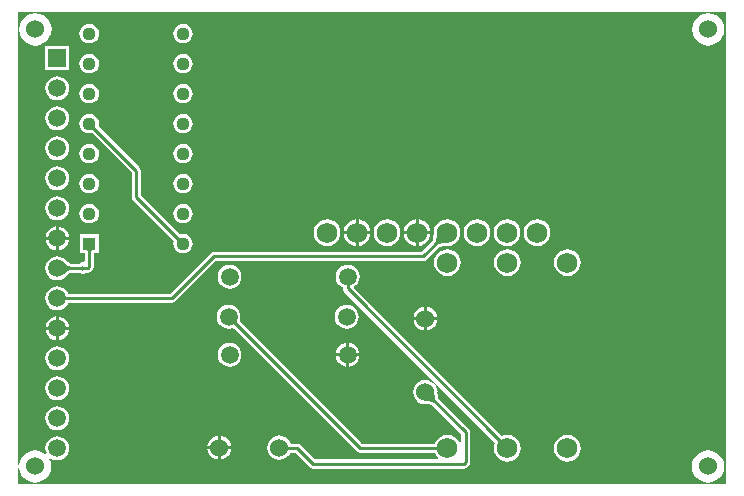
<source format=gbl>
G04*
G04 #@! TF.GenerationSoftware,Altium Limited,Altium Designer,20.2.6 (244)*
G04*
G04 Layer_Physical_Order=2*
G04 Layer_Color=16711680*
%FSLAX43Y43*%
%MOMM*%
G71*
G04*
G04 #@! TF.SameCoordinates,70A9E041-225B-441C-BFEB-4F53169E124C*
G04*
G04*
G04 #@! TF.FilePolarity,Positive*
G04*
G01*
G75*
%ADD12C,0.254*%
%ADD20R,1.130X1.130*%
%ADD21C,1.130*%
%ADD22C,1.750*%
%ADD23C,1.524*%
%ADD24C,1.500*%
%ADD25C,1.750*%
%ADD26R,1.500X1.500*%
G36*
X56Y1655D02*
X183Y1647D01*
X210Y1852D01*
X346Y2181D01*
X564Y2464D01*
X846Y2681D01*
X1176Y2818D01*
X1529Y2864D01*
X1883Y2818D01*
X2212Y2681D01*
X2394Y2541D01*
X2499Y2621D01*
X2431Y2786D01*
X2396Y3048D01*
X2431Y3310D01*
X2532Y3554D01*
X2693Y3764D01*
X2902Y3925D01*
X3147Y4026D01*
X3409Y4061D01*
X3671Y4026D01*
X3915Y3925D01*
X4125Y3764D01*
X4286Y3554D01*
X4387Y3310D01*
X4421Y3048D01*
X4387Y2786D01*
X4286Y2542D01*
X4125Y2332D01*
X3915Y2171D01*
X3671Y2070D01*
X3409Y2035D01*
X3147Y2070D01*
X2902Y2171D01*
X2831Y2226D01*
X2727Y2146D01*
X2848Y1852D01*
X2895Y1499D01*
X2848Y1145D01*
X2712Y816D01*
X2495Y533D01*
X2212Y316D01*
X1883Y179D01*
X1529Y133D01*
X1176Y179D01*
X846Y316D01*
X564Y533D01*
X346Y816D01*
X210Y1145D01*
X183Y1351D01*
X56Y1342D01*
Y0D01*
X60051D01*
Y40005D01*
X56D01*
Y1655D01*
D02*
G37*
%LPC*%
G36*
X6111Y38970D02*
X6325Y38942D01*
X6524Y38859D01*
X6696Y38728D01*
X6827Y38557D01*
X6909Y38358D01*
X6937Y38144D01*
X6909Y37930D01*
X6827Y37731D01*
X6696Y37560D01*
X6524Y37429D01*
X6325Y37346D01*
X6111Y37318D01*
X5898Y37346D01*
X5698Y37429D01*
X5527Y37560D01*
X5396Y37731D01*
X5313Y37930D01*
X5285Y38144D01*
X5313Y38358D01*
X5396Y38557D01*
X5527Y38728D01*
X5698Y38859D01*
X5898Y38942D01*
X6111Y38970D01*
D02*
G37*
G36*
X14051D02*
X14265Y38942D01*
X14464Y38859D01*
X14636Y38728D01*
X14767Y38557D01*
X14849Y38358D01*
X14877Y38144D01*
X14849Y37930D01*
X14767Y37731D01*
X14636Y37560D01*
X14464Y37429D01*
X14265Y37346D01*
X14051Y37318D01*
X13838Y37346D01*
X13638Y37429D01*
X13467Y37560D01*
X13336Y37731D01*
X13253Y37930D01*
X13225Y38144D01*
X13253Y38358D01*
X13336Y38557D01*
X13467Y38728D01*
X13638Y38859D01*
X13838Y38942D01*
X14051Y38970D01*
D02*
G37*
G36*
X1555Y39872D02*
X1908Y39826D01*
X2237Y39689D01*
X2520Y39472D01*
X2737Y39189D01*
X2874Y38860D01*
X2920Y38506D01*
X2874Y38153D01*
X2737Y37824D01*
X2520Y37541D01*
X2237Y37324D01*
X1908Y37187D01*
X1555Y37141D01*
X1201Y37187D01*
X872Y37324D01*
X589Y37541D01*
X372Y37824D01*
X235Y38153D01*
X189Y38506D01*
X235Y38860D01*
X372Y39189D01*
X589Y39472D01*
X872Y39689D01*
X1201Y39826D01*
X1555Y39872D01*
D02*
G37*
G36*
X58527D02*
X58880Y39826D01*
X59210Y39689D01*
X59492Y39472D01*
X59710Y39189D01*
X59846Y38860D01*
X59892Y38506D01*
X59846Y38153D01*
X59710Y37824D01*
X59492Y37541D01*
X59210Y37324D01*
X58880Y37187D01*
X58527Y37141D01*
X58173Y37187D01*
X57844Y37324D01*
X57561Y37541D01*
X57344Y37824D01*
X57208Y38153D01*
X57161Y38506D01*
X57208Y38860D01*
X57344Y39189D01*
X57561Y39472D01*
X57844Y39689D01*
X58173Y39826D01*
X58527Y39872D01*
D02*
G37*
G36*
X2405Y37072D02*
X4413D01*
Y35064D01*
X2405D01*
Y37072D01*
D02*
G37*
G36*
X6111Y36430D02*
X6325Y36402D01*
X6524Y36319D01*
X6696Y36188D01*
X6827Y36017D01*
X6909Y35818D01*
X6937Y35604D01*
X6909Y35390D01*
X6827Y35191D01*
X6696Y35020D01*
X6524Y34889D01*
X6325Y34806D01*
X6111Y34778D01*
X5898Y34806D01*
X5698Y34889D01*
X5527Y35020D01*
X5396Y35191D01*
X5313Y35390D01*
X5285Y35604D01*
X5313Y35818D01*
X5396Y36017D01*
X5527Y36188D01*
X5698Y36319D01*
X5898Y36402D01*
X6111Y36430D01*
D02*
G37*
G36*
X14051D02*
X14265Y36402D01*
X14464Y36319D01*
X14636Y36188D01*
X14767Y36017D01*
X14849Y35818D01*
X14877Y35604D01*
X14849Y35390D01*
X14767Y35191D01*
X14636Y35020D01*
X14464Y34889D01*
X14265Y34806D01*
X14051Y34778D01*
X13838Y34806D01*
X13638Y34889D01*
X13467Y35020D01*
X13336Y35191D01*
X13253Y35390D01*
X13225Y35604D01*
X13253Y35818D01*
X13336Y36017D01*
X13467Y36188D01*
X13638Y36319D01*
X13838Y36402D01*
X14051Y36430D01*
D02*
G37*
G36*
X3409Y34541D02*
X3671Y34506D01*
X3915Y34405D01*
X4125Y34244D01*
X4286Y34034D01*
X4387Y33790D01*
X4421Y33528D01*
X4387Y33266D01*
X4286Y33022D01*
X4125Y32812D01*
X3915Y32651D01*
X3671Y32550D01*
X3409Y32515D01*
X3147Y32550D01*
X2902Y32651D01*
X2693Y32812D01*
X2532Y33022D01*
X2431Y33266D01*
X2396Y33528D01*
X2431Y33790D01*
X2532Y34034D01*
X2693Y34244D01*
X2902Y34405D01*
X3147Y34506D01*
X3409Y34541D01*
D02*
G37*
G36*
X6111Y33890D02*
X6325Y33862D01*
X6524Y33779D01*
X6696Y33648D01*
X6827Y33477D01*
X6909Y33278D01*
X6937Y33064D01*
X6909Y32850D01*
X6827Y32651D01*
X6696Y32480D01*
X6524Y32349D01*
X6325Y32266D01*
X6111Y32238D01*
X5898Y32266D01*
X5698Y32349D01*
X5527Y32480D01*
X5396Y32651D01*
X5313Y32850D01*
X5285Y33064D01*
X5313Y33278D01*
X5396Y33477D01*
X5527Y33648D01*
X5698Y33779D01*
X5898Y33862D01*
X6111Y33890D01*
D02*
G37*
G36*
X14051D02*
X14265Y33862D01*
X14464Y33779D01*
X14636Y33648D01*
X14767Y33477D01*
X14849Y33278D01*
X14877Y33064D01*
X14849Y32850D01*
X14767Y32651D01*
X14636Y32480D01*
X14464Y32349D01*
X14265Y32266D01*
X14051Y32238D01*
X13838Y32266D01*
X13638Y32349D01*
X13467Y32480D01*
X13336Y32651D01*
X13253Y32850D01*
X13225Y33064D01*
X13253Y33278D01*
X13336Y33477D01*
X13467Y33648D01*
X13638Y33779D01*
X13838Y33862D01*
X14051Y33890D01*
D02*
G37*
G36*
X3409Y32001D02*
X3671Y31966D01*
X3915Y31865D01*
X4125Y31704D01*
X4286Y31494D01*
X4387Y31250D01*
X4421Y30988D01*
X4387Y30726D01*
X4286Y30482D01*
X4125Y30272D01*
X3915Y30111D01*
X3671Y30010D01*
X3409Y29975D01*
X3147Y30010D01*
X2902Y30111D01*
X2693Y30272D01*
X2532Y30482D01*
X2431Y30726D01*
X2396Y30988D01*
X2431Y31250D01*
X2532Y31494D01*
X2693Y31704D01*
X2902Y31865D01*
X3147Y31966D01*
X3409Y32001D01*
D02*
G37*
G36*
X6111Y31350D02*
X6325Y31322D01*
X6524Y31239D01*
X6696Y31108D01*
X6827Y30937D01*
X6909Y30738D01*
X6937Y30524D01*
X6909Y30310D01*
X6899Y30286D01*
X10356Y26829D01*
X10440Y26703D01*
X10470Y26554D01*
Y24495D01*
X13813Y21152D01*
X13838Y21162D01*
X14051Y21190D01*
X14265Y21162D01*
X14464Y21079D01*
X14636Y20948D01*
X14767Y20777D01*
X14849Y20578D01*
X14877Y20364D01*
X14849Y20150D01*
X14767Y19951D01*
X14636Y19780D01*
X14464Y19649D01*
X14265Y19566D01*
X14051Y19538D01*
X13838Y19566D01*
X13638Y19649D01*
X13467Y19780D01*
X13336Y19951D01*
X13253Y20150D01*
X13225Y20364D01*
X13253Y20578D01*
X13264Y20602D01*
X9807Y24059D01*
X9722Y24185D01*
X9693Y24334D01*
Y26393D01*
X6350Y29736D01*
X6325Y29726D01*
X6111Y29698D01*
X5898Y29726D01*
X5698Y29809D01*
X5527Y29940D01*
X5396Y30111D01*
X5313Y30310D01*
X5285Y30524D01*
X5313Y30738D01*
X5396Y30937D01*
X5527Y31108D01*
X5698Y31239D01*
X5898Y31322D01*
X6111Y31350D01*
D02*
G37*
G36*
X14051D02*
X14265Y31322D01*
X14464Y31239D01*
X14636Y31108D01*
X14767Y30937D01*
X14849Y30738D01*
X14877Y30524D01*
X14849Y30310D01*
X14767Y30111D01*
X14636Y29940D01*
X14464Y29809D01*
X14265Y29726D01*
X14051Y29698D01*
X13838Y29726D01*
X13638Y29809D01*
X13467Y29940D01*
X13336Y30111D01*
X13253Y30310D01*
X13225Y30524D01*
X13253Y30738D01*
X13336Y30937D01*
X13467Y31108D01*
X13638Y31239D01*
X13838Y31322D01*
X14051Y31350D01*
D02*
G37*
G36*
X3409Y29461D02*
X3671Y29426D01*
X3915Y29325D01*
X4125Y29164D01*
X4286Y28954D01*
X4387Y28710D01*
X4421Y28448D01*
X4387Y28186D01*
X4286Y27942D01*
X4125Y27732D01*
X3915Y27571D01*
X3671Y27470D01*
X3409Y27435D01*
X3147Y27470D01*
X2902Y27571D01*
X2693Y27732D01*
X2532Y27942D01*
X2431Y28186D01*
X2396Y28448D01*
X2431Y28710D01*
X2532Y28954D01*
X2693Y29164D01*
X2902Y29325D01*
X3147Y29426D01*
X3409Y29461D01*
D02*
G37*
G36*
X6111Y28810D02*
X6325Y28782D01*
X6524Y28699D01*
X6696Y28568D01*
X6827Y28397D01*
X6909Y28198D01*
X6937Y27984D01*
X6909Y27770D01*
X6827Y27571D01*
X6696Y27400D01*
X6524Y27269D01*
X6325Y27186D01*
X6111Y27158D01*
X5898Y27186D01*
X5698Y27269D01*
X5527Y27400D01*
X5396Y27571D01*
X5313Y27770D01*
X5285Y27984D01*
X5313Y28198D01*
X5396Y28397D01*
X5527Y28568D01*
X5698Y28699D01*
X5898Y28782D01*
X6111Y28810D01*
D02*
G37*
G36*
X14051D02*
X14265Y28782D01*
X14464Y28699D01*
X14636Y28568D01*
X14767Y28397D01*
X14849Y28198D01*
X14877Y27984D01*
X14849Y27770D01*
X14767Y27571D01*
X14636Y27400D01*
X14464Y27269D01*
X14265Y27186D01*
X14051Y27158D01*
X13838Y27186D01*
X13638Y27269D01*
X13467Y27400D01*
X13336Y27571D01*
X13253Y27770D01*
X13225Y27984D01*
X13253Y28198D01*
X13336Y28397D01*
X13467Y28568D01*
X13638Y28699D01*
X13838Y28782D01*
X14051Y28810D01*
D02*
G37*
G36*
X3409Y26921D02*
X3671Y26886D01*
X3915Y26785D01*
X4125Y26624D01*
X4286Y26414D01*
X4387Y26170D01*
X4421Y25908D01*
X4387Y25646D01*
X4286Y25402D01*
X4125Y25192D01*
X3915Y25031D01*
X3671Y24930D01*
X3409Y24895D01*
X3147Y24930D01*
X2902Y25031D01*
X2693Y25192D01*
X2532Y25402D01*
X2431Y25646D01*
X2396Y25908D01*
X2431Y26170D01*
X2532Y26414D01*
X2693Y26624D01*
X2902Y26785D01*
X3147Y26886D01*
X3409Y26921D01*
D02*
G37*
G36*
X6111Y26270D02*
X6325Y26242D01*
X6524Y26159D01*
X6696Y26028D01*
X6827Y25857D01*
X6909Y25658D01*
X6937Y25444D01*
X6909Y25230D01*
X6827Y25031D01*
X6696Y24860D01*
X6524Y24729D01*
X6325Y24646D01*
X6111Y24618D01*
X5898Y24646D01*
X5698Y24729D01*
X5527Y24860D01*
X5396Y25031D01*
X5313Y25230D01*
X5285Y25444D01*
X5313Y25658D01*
X5396Y25857D01*
X5527Y26028D01*
X5698Y26159D01*
X5898Y26242D01*
X6111Y26270D01*
D02*
G37*
G36*
X14051D02*
X14265Y26242D01*
X14464Y26159D01*
X14636Y26028D01*
X14767Y25857D01*
X14849Y25658D01*
X14877Y25444D01*
X14849Y25230D01*
X14767Y25031D01*
X14636Y24860D01*
X14464Y24729D01*
X14265Y24646D01*
X14051Y24618D01*
X13838Y24646D01*
X13638Y24729D01*
X13467Y24860D01*
X13336Y25031D01*
X13253Y25230D01*
X13225Y25444D01*
X13253Y25658D01*
X13336Y25857D01*
X13467Y26028D01*
X13638Y26159D01*
X13838Y26242D01*
X14051Y26270D01*
D02*
G37*
G36*
X3409Y24381D02*
X3671Y24346D01*
X3915Y24245D01*
X4125Y24084D01*
X4286Y23874D01*
X4387Y23630D01*
X4421Y23368D01*
X4387Y23106D01*
X4286Y22862D01*
X4125Y22652D01*
X3915Y22491D01*
X3671Y22390D01*
X3409Y22355D01*
X3147Y22390D01*
X2902Y22491D01*
X2693Y22652D01*
X2532Y22862D01*
X2431Y23106D01*
X2396Y23368D01*
X2431Y23630D01*
X2532Y23874D01*
X2693Y24084D01*
X2902Y24245D01*
X3147Y24346D01*
X3409Y24381D01*
D02*
G37*
G36*
X6111Y23730D02*
X6325Y23702D01*
X6524Y23619D01*
X6696Y23488D01*
X6827Y23317D01*
X6909Y23118D01*
X6937Y22904D01*
X6909Y22690D01*
X6827Y22491D01*
X6696Y22320D01*
X6524Y22189D01*
X6325Y22106D01*
X6111Y22078D01*
X5898Y22106D01*
X5698Y22189D01*
X5527Y22320D01*
X5396Y22491D01*
X5313Y22690D01*
X5285Y22904D01*
X5313Y23118D01*
X5396Y23317D01*
X5527Y23488D01*
X5698Y23619D01*
X5898Y23702D01*
X6111Y23730D01*
D02*
G37*
G36*
X14051D02*
X14265Y23702D01*
X14464Y23619D01*
X14636Y23488D01*
X14767Y23317D01*
X14849Y23118D01*
X14877Y22904D01*
X14849Y22690D01*
X14767Y22491D01*
X14636Y22320D01*
X14464Y22189D01*
X14265Y22106D01*
X14051Y22078D01*
X13838Y22106D01*
X13638Y22189D01*
X13467Y22320D01*
X13336Y22491D01*
X13253Y22690D01*
X13225Y22904D01*
X13253Y23118D01*
X13336Y23317D01*
X13467Y23488D01*
X13638Y23619D01*
X13838Y23702D01*
X14051Y23730D01*
D02*
G37*
G36*
X28656Y22410D02*
Y21415D01*
X27661D01*
X27683Y21583D01*
X27797Y21857D01*
X27978Y22093D01*
X28214Y22274D01*
X28489Y22388D01*
X28656Y22410D01*
D02*
G37*
G36*
X28910D02*
X29078Y22388D01*
X29353Y22274D01*
X29589Y22093D01*
X29770Y21857D01*
X29883Y21583D01*
X29905Y21415D01*
X28910D01*
Y22410D01*
D02*
G37*
G36*
X33736D02*
Y21415D01*
X32741D01*
X32763Y21583D01*
X32877Y21857D01*
X33058Y22093D01*
X33294Y22274D01*
X33569Y22388D01*
X33736Y22410D01*
D02*
G37*
G36*
X33990D02*
X34158Y22388D01*
X34433Y22274D01*
X34669Y22093D01*
X34850Y21857D01*
X34963Y21583D01*
X34985Y21415D01*
X33990D01*
Y22410D01*
D02*
G37*
G36*
X3282Y21824D02*
Y20955D01*
X2413D01*
X2431Y21090D01*
X2532Y21334D01*
X2693Y21544D01*
X2902Y21705D01*
X3147Y21806D01*
X3282Y21824D01*
D02*
G37*
G36*
X3536D02*
X3671Y21806D01*
X3915Y21705D01*
X4125Y21544D01*
X4286Y21334D01*
X4387Y21090D01*
X4405Y20955D01*
X3536D01*
Y21824D01*
D02*
G37*
G36*
X27661Y21161D02*
X28656D01*
Y20166D01*
X28489Y20188D01*
X28214Y20302D01*
X27978Y20483D01*
X27797Y20719D01*
X27683Y20993D01*
X27661Y21161D01*
D02*
G37*
G36*
X28910D02*
X29905D01*
X29883Y20993D01*
X29770Y20719D01*
X29589Y20483D01*
X29353Y20302D01*
X29078Y20188D01*
X28910Y20166D01*
Y21161D01*
D02*
G37*
G36*
X32741D02*
X33736D01*
Y20166D01*
X33569Y20188D01*
X33294Y20302D01*
X33058Y20483D01*
X32877Y20719D01*
X32763Y20993D01*
X32741Y21161D01*
D02*
G37*
G36*
X33990D02*
X34985D01*
X34963Y20993D01*
X34850Y20719D01*
X34669Y20483D01*
X34433Y20302D01*
X34158Y20188D01*
X33990Y20166D01*
Y21161D01*
D02*
G37*
G36*
X26243Y22427D02*
X26538Y22388D01*
X26813Y22274D01*
X27049Y22093D01*
X27230Y21857D01*
X27343Y21583D01*
X27382Y21288D01*
X27343Y20993D01*
X27230Y20719D01*
X27049Y20483D01*
X26813Y20302D01*
X26538Y20188D01*
X26243Y20149D01*
X25949Y20188D01*
X25674Y20302D01*
X25438Y20483D01*
X25257Y20719D01*
X25143Y20993D01*
X25105Y21288D01*
X25143Y21583D01*
X25257Y21857D01*
X25438Y22093D01*
X25674Y22274D01*
X25949Y22388D01*
X26243Y22427D01*
D02*
G37*
G36*
X31323D02*
X31618Y22388D01*
X31893Y22274D01*
X32129Y22093D01*
X32310Y21857D01*
X32423Y21583D01*
X32462Y21288D01*
X32423Y20993D01*
X32310Y20719D01*
X32129Y20483D01*
X31893Y20302D01*
X31618Y20188D01*
X31323Y20149D01*
X31029Y20188D01*
X30754Y20302D01*
X30518Y20483D01*
X30337Y20719D01*
X30223Y20993D01*
X30185Y21288D01*
X30223Y21583D01*
X30337Y21857D01*
X30518Y22093D01*
X30754Y22274D01*
X31029Y22388D01*
X31323Y22427D01*
D02*
G37*
G36*
X38943D02*
X39238Y22388D01*
X39513Y22274D01*
X39749Y22093D01*
X39930Y21857D01*
X40043Y21583D01*
X40082Y21288D01*
X40043Y20993D01*
X39930Y20719D01*
X39749Y20483D01*
X39513Y20302D01*
X39238Y20188D01*
X38943Y20149D01*
X38649Y20188D01*
X38374Y20302D01*
X38138Y20483D01*
X37957Y20719D01*
X37843Y20993D01*
X37805Y21288D01*
X37843Y21583D01*
X37957Y21857D01*
X38138Y22093D01*
X38374Y22274D01*
X38649Y22388D01*
X38943Y22427D01*
D02*
G37*
G36*
X41483D02*
X41778Y22388D01*
X42053Y22274D01*
X42289Y22093D01*
X42470Y21857D01*
X42583Y21583D01*
X42622Y21288D01*
X42583Y20993D01*
X42470Y20719D01*
X42289Y20483D01*
X42053Y20302D01*
X41778Y20188D01*
X41483Y20149D01*
X41189Y20188D01*
X40914Y20302D01*
X40678Y20483D01*
X40497Y20719D01*
X40383Y20993D01*
X40345Y21288D01*
X40383Y21583D01*
X40497Y21857D01*
X40678Y22093D01*
X40914Y22274D01*
X41189Y22388D01*
X41483Y22427D01*
D02*
G37*
G36*
X44023D02*
X44318Y22388D01*
X44593Y22274D01*
X44829Y22093D01*
X45010Y21857D01*
X45123Y21583D01*
X45162Y21288D01*
X45123Y20993D01*
X45010Y20719D01*
X44829Y20483D01*
X44593Y20302D01*
X44318Y20188D01*
X44023Y20149D01*
X43729Y20188D01*
X43454Y20302D01*
X43218Y20483D01*
X43037Y20719D01*
X42923Y20993D01*
X42885Y21288D01*
X42923Y21583D01*
X43037Y21857D01*
X43218Y22093D01*
X43454Y22274D01*
X43729Y22388D01*
X44023Y22427D01*
D02*
G37*
G36*
X2413Y20701D02*
X3282D01*
Y19832D01*
X3147Y19850D01*
X2902Y19951D01*
X2693Y20112D01*
X2532Y20322D01*
X2431Y20566D01*
X2413Y20701D01*
D02*
G37*
G36*
X3536D02*
X4405D01*
X4387Y20566D01*
X4286Y20322D01*
X4125Y20112D01*
X3915Y19951D01*
X3671Y19850D01*
X3536Y19832D01*
Y20701D01*
D02*
G37*
G36*
X36429Y19887D02*
X36724Y19848D01*
X36998Y19734D01*
X37234Y19553D01*
X37415Y19317D01*
X37529Y19043D01*
X37568Y18748D01*
X37529Y18453D01*
X37415Y18179D01*
X37234Y17943D01*
X36998Y17762D01*
X36724Y17648D01*
X36429Y17609D01*
X36134Y17648D01*
X35859Y17762D01*
X35624Y17943D01*
X35443Y18179D01*
X35329Y18453D01*
X35290Y18748D01*
X35329Y19043D01*
X35443Y19317D01*
X35624Y19553D01*
X35859Y19734D01*
X36134Y19848D01*
X36429Y19887D01*
D02*
G37*
G36*
X41509D02*
X41804Y19848D01*
X42078Y19734D01*
X42314Y19553D01*
X42495Y19317D01*
X42609Y19043D01*
X42648Y18748D01*
X42609Y18453D01*
X42495Y18179D01*
X42314Y17943D01*
X42078Y17762D01*
X41804Y17648D01*
X41509Y17609D01*
X41214Y17648D01*
X40939Y17762D01*
X40704Y17943D01*
X40523Y18179D01*
X40409Y18453D01*
X40370Y18748D01*
X40409Y19043D01*
X40523Y19317D01*
X40704Y19553D01*
X40939Y19734D01*
X41214Y19848D01*
X41509Y19887D01*
D02*
G37*
G36*
X46589D02*
X46884Y19848D01*
X47158Y19734D01*
X47394Y19553D01*
X47575Y19317D01*
X47689Y19043D01*
X47728Y18748D01*
X47689Y18453D01*
X47575Y18179D01*
X47394Y17943D01*
X47158Y17762D01*
X46884Y17648D01*
X46589Y17609D01*
X46294Y17648D01*
X46019Y17762D01*
X45784Y17943D01*
X45603Y18179D01*
X45489Y18453D01*
X45450Y18748D01*
X45489Y19043D01*
X45603Y19317D01*
X45784Y19553D01*
X46019Y19734D01*
X46294Y19848D01*
X46589Y19887D01*
D02*
G37*
G36*
X5292Y21183D02*
X6930D01*
Y19545D01*
X6500D01*
Y18364D01*
X6470Y18216D01*
X6386Y18090D01*
X6310Y18013D01*
X6184Y17929D01*
X6035Y17900D01*
X5769D01*
X5754Y17871D01*
X5743Y17862D01*
X5736Y17851D01*
X5705Y17830D01*
X5676Y17807D01*
X5663Y17802D01*
X5652Y17795D01*
X5615Y17788D01*
X5580Y17776D01*
X5566Y17778D01*
X5552Y17775D01*
X5516Y17782D01*
X5479Y17786D01*
X5467Y17792D01*
X5453Y17795D01*
X5423Y17815D01*
X5390Y17833D01*
X5381Y17843D01*
X5369Y17851D01*
X5349Y17882D01*
X5334Y17900D01*
X4578D01*
X4556Y17895D01*
X4523Y17884D01*
X4484Y17866D01*
X4437Y17840D01*
X4385Y17806D01*
X4330Y17764D01*
X4197Y17649D01*
X4142Y17594D01*
X4125Y17572D01*
X3915Y17411D01*
X3671Y17310D01*
X3409Y17275D01*
X3147Y17310D01*
X2902Y17411D01*
X2693Y17572D01*
X2532Y17782D01*
X2431Y18026D01*
X2396Y18288D01*
X2431Y18550D01*
X2532Y18794D01*
X2693Y19004D01*
X2902Y19165D01*
X3147Y19266D01*
X3409Y19301D01*
X3671Y19266D01*
X3915Y19165D01*
X4125Y19004D01*
X4142Y18982D01*
X4197Y18927D01*
X4330Y18812D01*
X4385Y18770D01*
X4437Y18736D01*
X4484Y18710D01*
X4523Y18692D01*
X4556Y18681D01*
X4578Y18676D01*
X5334D01*
X5349Y18694D01*
X5369Y18725D01*
X5381Y18733D01*
X5390Y18743D01*
X5423Y18761D01*
X5453Y18781D01*
X5467Y18784D01*
X5479Y18790D01*
X5516Y18794D01*
X5552Y18801D01*
X5566Y18798D01*
X5580Y18800D01*
X5596Y18795D01*
X5657Y18822D01*
X5706Y18861D01*
X5723Y18886D01*
Y19545D01*
X5292D01*
Y21183D01*
D02*
G37*
G36*
X17988Y18592D02*
X18250Y18558D01*
X18495Y18457D01*
X18704Y18296D01*
X18865Y18086D01*
X18967Y17842D01*
X19001Y17580D01*
X18967Y17317D01*
X18865Y17073D01*
X18704Y16864D01*
X18495Y16703D01*
X18250Y16601D01*
X17988Y16567D01*
X17726Y16601D01*
X17482Y16703D01*
X17272Y16864D01*
X17111Y17073D01*
X17010Y17317D01*
X16976Y17580D01*
X17010Y17842D01*
X17111Y18086D01*
X17272Y18296D01*
X17482Y18457D01*
X17726Y18558D01*
X17988Y18592D01*
D02*
G37*
G36*
X36403Y22427D02*
X36698Y22388D01*
X36973Y22274D01*
X37209Y22093D01*
X37390Y21857D01*
X37503Y21583D01*
X37542Y21288D01*
X37503Y20993D01*
X37390Y20719D01*
X37209Y20483D01*
X36973Y20302D01*
X36698Y20188D01*
X36403Y20149D01*
X36368Y20154D01*
X36272Y20153D01*
X36054Y20140D01*
X35968Y20129D01*
X35891Y20114D01*
X35826Y20097D01*
X35774Y20079D01*
X35735Y20061D01*
X35709Y20044D01*
X35709Y20044D01*
X34669Y19004D01*
X34543Y18920D01*
X34394Y18890D01*
X16829D01*
X13412Y15473D01*
X13286Y15389D01*
X13137Y15360D01*
X4335D01*
X4286Y15242D01*
X4125Y15032D01*
X3915Y14871D01*
X3671Y14770D01*
X3409Y14735D01*
X3147Y14770D01*
X2902Y14871D01*
X2693Y15032D01*
X2532Y15242D01*
X2431Y15486D01*
X2396Y15748D01*
X2431Y16010D01*
X2532Y16254D01*
X2693Y16464D01*
X2902Y16625D01*
X3147Y16726D01*
X3409Y16761D01*
X3671Y16726D01*
X3915Y16625D01*
X4125Y16464D01*
X4286Y16254D01*
X4335Y16136D01*
X12976D01*
X16393Y19553D01*
X16519Y19637D01*
X16668Y19667D01*
X34233D01*
X35160Y20594D01*
X35160Y20594D01*
X35176Y20620D01*
X35194Y20659D01*
X35213Y20710D01*
X35229Y20775D01*
X35244Y20852D01*
X35255Y20939D01*
X35269Y21157D01*
X35269Y21253D01*
X35265Y21288D01*
X35303Y21583D01*
X35417Y21857D01*
X35598Y22093D01*
X35834Y22274D01*
X36109Y22388D01*
X36403Y22427D01*
D02*
G37*
G36*
X34448Y15032D02*
Y14151D01*
X33567D01*
X33585Y14289D01*
X33687Y14536D01*
X33850Y14748D01*
X34062Y14911D01*
X34309Y15013D01*
X34448Y15032D01*
D02*
G37*
G36*
X34702D02*
X34840Y15013D01*
X35087Y14911D01*
X35299Y14748D01*
X35462Y14536D01*
X35564Y14289D01*
X35583Y14151D01*
X34702D01*
Y15032D01*
D02*
G37*
G36*
X3282Y14204D02*
Y13335D01*
X2413D01*
X2431Y13470D01*
X2532Y13714D01*
X2693Y13924D01*
X2902Y14085D01*
X3147Y14186D01*
X3282Y14204D01*
D02*
G37*
G36*
X3536D02*
X3671Y14186D01*
X3915Y14085D01*
X4125Y13924D01*
X4286Y13714D01*
X4387Y13470D01*
X4405Y13335D01*
X3536D01*
Y14204D01*
D02*
G37*
G36*
X17905Y15189D02*
X18167Y15154D01*
X18411Y15053D01*
X18621Y14892D01*
X18782Y14682D01*
X18883Y14438D01*
X18917Y14176D01*
X18883Y13914D01*
X18834Y13796D01*
X29194Y3436D01*
X35368D01*
X35443Y3617D01*
X35624Y3853D01*
X35859Y4034D01*
X36134Y4148D01*
X36429Y4187D01*
X36724Y4148D01*
X36998Y4034D01*
X37234Y3853D01*
X37415Y3617D01*
X37463Y3502D01*
X37590Y3527D01*
Y4236D01*
X35140Y6685D01*
X35121Y6698D01*
X35089Y6714D01*
X35047Y6729D01*
X34995Y6744D01*
X34932Y6757D01*
X34862Y6767D01*
X34683Y6779D01*
X34603Y6780D01*
X34575Y6776D01*
X34309Y6811D01*
X34062Y6913D01*
X33850Y7076D01*
X33687Y7288D01*
X33585Y7535D01*
X33550Y7801D01*
X33585Y8066D01*
X33687Y8313D01*
X33850Y8525D01*
X34062Y8688D01*
X34309Y8790D01*
X34575Y8825D01*
X34840Y8790D01*
X35087Y8688D01*
X35299Y8525D01*
X35462Y8313D01*
X35564Y8066D01*
X35599Y7801D01*
X35596Y7773D01*
X35596Y7693D01*
X35608Y7513D01*
X35618Y7443D01*
X35631Y7380D01*
X35646Y7328D01*
X35662Y7286D01*
X35677Y7254D01*
X35690Y7235D01*
X38253Y4672D01*
X38337Y4546D01*
X38367Y4397D01*
Y1851D01*
X38337Y1702D01*
X38253Y1576D01*
X38104Y1427D01*
X37978Y1343D01*
X37829Y1313D01*
X25075D01*
X24926Y1343D01*
X24800Y1427D01*
X23568Y2660D01*
X23123D01*
X23092Y2586D01*
X22929Y2374D01*
X22717Y2211D01*
X22470Y2109D01*
X22205Y2074D01*
X21940Y2109D01*
X21692Y2211D01*
X21480Y2374D01*
X21317Y2586D01*
X21215Y2834D01*
X21180Y3099D01*
X21215Y3364D01*
X21317Y3611D01*
X21480Y3823D01*
X21692Y3986D01*
X21940Y4089D01*
X22205Y4124D01*
X22470Y4089D01*
X22717Y3986D01*
X22929Y3823D01*
X23092Y3611D01*
X23165Y3436D01*
X23729D01*
X23877Y3407D01*
X24003Y3323D01*
X25236Y2090D01*
X35625D01*
X35666Y2211D01*
X35624Y2243D01*
X35443Y2479D01*
X35368Y2660D01*
X29033D01*
X28884Y2689D01*
X28758Y2773D01*
X18285Y13247D01*
X18167Y13198D01*
X17905Y13163D01*
X17642Y13198D01*
X17398Y13299D01*
X17189Y13460D01*
X17028Y13670D01*
X16926Y13914D01*
X16892Y14176D01*
X16926Y14438D01*
X17028Y14682D01*
X17189Y14892D01*
X17398Y15053D01*
X17642Y15154D01*
X17905Y15189D01*
D02*
G37*
G36*
X27905D02*
X28167Y15154D01*
X28411Y15053D01*
X28621Y14892D01*
X28782Y14682D01*
X28883Y14438D01*
X28917Y14176D01*
X28883Y13914D01*
X28782Y13670D01*
X28621Y13460D01*
X28411Y13299D01*
X28167Y13198D01*
X27905Y13163D01*
X27642Y13198D01*
X27398Y13299D01*
X27189Y13460D01*
X27028Y13670D01*
X26926Y13914D01*
X26892Y14176D01*
X26926Y14438D01*
X27028Y14682D01*
X27189Y14892D01*
X27398Y15053D01*
X27642Y15154D01*
X27905Y15189D01*
D02*
G37*
G36*
X33567Y13897D02*
X34448D01*
Y13016D01*
X34309Y13034D01*
X34062Y13136D01*
X33850Y13299D01*
X33687Y13511D01*
X33585Y13758D01*
X33567Y13897D01*
D02*
G37*
G36*
X34702D02*
X35583D01*
X35564Y13758D01*
X35462Y13511D01*
X35299Y13299D01*
X35087Y13136D01*
X34840Y13034D01*
X34702Y13016D01*
Y13897D01*
D02*
G37*
G36*
X2413Y13081D02*
X3282D01*
Y12212D01*
X3147Y12230D01*
X2902Y12331D01*
X2693Y12492D01*
X2532Y12702D01*
X2431Y12946D01*
X2413Y13081D01*
D02*
G37*
G36*
X3536D02*
X4405D01*
X4387Y12946D01*
X4286Y12702D01*
X4125Y12492D01*
X3915Y12331D01*
X3671Y12230D01*
X3536Y12212D01*
Y13081D01*
D02*
G37*
G36*
X27861Y11946D02*
Y11077D01*
X26992D01*
X27010Y11212D01*
X27111Y11457D01*
X27272Y11666D01*
X27482Y11827D01*
X27726Y11928D01*
X27861Y11946D01*
D02*
G37*
G36*
X28115D02*
X28250Y11928D01*
X28495Y11827D01*
X28704Y11666D01*
X28865Y11457D01*
X28967Y11212D01*
X28984Y11077D01*
X28115D01*
Y11946D01*
D02*
G37*
G36*
X26992Y10823D02*
X27861D01*
Y9954D01*
X27726Y9972D01*
X27482Y10073D01*
X27272Y10234D01*
X27111Y10444D01*
X27010Y10688D01*
X26992Y10823D01*
D02*
G37*
G36*
X28115D02*
X28984D01*
X28967Y10688D01*
X28865Y10444D01*
X28704Y10234D01*
X28495Y10073D01*
X28250Y9972D01*
X28115Y9954D01*
Y10823D01*
D02*
G37*
G36*
X17988Y11963D02*
X18250Y11928D01*
X18495Y11827D01*
X18704Y11666D01*
X18865Y11457D01*
X18967Y11212D01*
X19001Y10950D01*
X18967Y10688D01*
X18865Y10444D01*
X18704Y10234D01*
X18495Y10073D01*
X18250Y9972D01*
X17988Y9938D01*
X17726Y9972D01*
X17482Y10073D01*
X17272Y10234D01*
X17111Y10444D01*
X17010Y10688D01*
X16976Y10950D01*
X17010Y11212D01*
X17111Y11457D01*
X17272Y11666D01*
X17482Y11827D01*
X17726Y11928D01*
X17988Y11963D01*
D02*
G37*
G36*
X3409Y11681D02*
X3671Y11646D01*
X3915Y11545D01*
X4125Y11384D01*
X4286Y11174D01*
X4387Y10930D01*
X4421Y10668D01*
X4387Y10406D01*
X4286Y10162D01*
X4125Y9952D01*
X3915Y9791D01*
X3671Y9690D01*
X3409Y9655D01*
X3147Y9690D01*
X2902Y9791D01*
X2693Y9952D01*
X2532Y10162D01*
X2431Y10406D01*
X2396Y10668D01*
X2431Y10930D01*
X2532Y11174D01*
X2693Y11384D01*
X2902Y11545D01*
X3147Y11646D01*
X3409Y11681D01*
D02*
G37*
G36*
Y9141D02*
X3671Y9106D01*
X3915Y9005D01*
X4125Y8844D01*
X4286Y8634D01*
X4387Y8390D01*
X4421Y8128D01*
X4387Y7866D01*
X4286Y7622D01*
X4125Y7412D01*
X3915Y7251D01*
X3671Y7150D01*
X3409Y7115D01*
X3147Y7150D01*
X2902Y7251D01*
X2693Y7412D01*
X2532Y7622D01*
X2431Y7866D01*
X2396Y8128D01*
X2431Y8390D01*
X2532Y8634D01*
X2693Y8844D01*
X2902Y9005D01*
X3147Y9106D01*
X3409Y9141D01*
D02*
G37*
G36*
Y6601D02*
X3671Y6566D01*
X3915Y6465D01*
X4125Y6304D01*
X4286Y6094D01*
X4387Y5850D01*
X4421Y5588D01*
X4387Y5326D01*
X4286Y5082D01*
X4125Y4872D01*
X3915Y4711D01*
X3671Y4610D01*
X3409Y4575D01*
X3147Y4610D01*
X2902Y4711D01*
X2693Y4872D01*
X2532Y5082D01*
X2431Y5326D01*
X2396Y5588D01*
X2431Y5850D01*
X2532Y6094D01*
X2693Y6304D01*
X2902Y6465D01*
X3147Y6566D01*
X3409Y6601D01*
D02*
G37*
G36*
X27988Y18592D02*
X28250Y18558D01*
X28495Y18457D01*
X28704Y18296D01*
X28865Y18086D01*
X28967Y17842D01*
X29001Y17580D01*
X28967Y17317D01*
X28865Y17073D01*
X28704Y16864D01*
X28545Y16741D01*
X28519Y16588D01*
X41033Y4073D01*
X41214Y4148D01*
X41509Y4187D01*
X41804Y4148D01*
X42078Y4034D01*
X42314Y3853D01*
X42495Y3617D01*
X42609Y3343D01*
X42648Y3048D01*
X42609Y2753D01*
X42495Y2479D01*
X42314Y2243D01*
X42078Y2062D01*
X41804Y1948D01*
X41509Y1909D01*
X41214Y1948D01*
X40939Y2062D01*
X40704Y2243D01*
X40523Y2479D01*
X40409Y2753D01*
X40370Y3048D01*
X40409Y3343D01*
X40484Y3524D01*
X27714Y16294D01*
X27629Y16420D01*
X27600Y16568D01*
Y16654D01*
X27482Y16703D01*
X27272Y16864D01*
X27111Y17073D01*
X27010Y17317D01*
X26976Y17580D01*
X27010Y17842D01*
X27111Y18086D01*
X27272Y18296D01*
X27482Y18457D01*
X27726Y18558D01*
X27988Y18592D01*
D02*
G37*
G36*
X16998Y4107D02*
Y3226D01*
X16117D01*
X16135Y3364D01*
X16237Y3611D01*
X16400Y3823D01*
X16612Y3986D01*
X16860Y4089D01*
X16998Y4107D01*
D02*
G37*
G36*
X17252D02*
X17390Y4089D01*
X17637Y3986D01*
X17849Y3823D01*
X18012Y3611D01*
X18115Y3364D01*
X18133Y3226D01*
X17252D01*
Y4107D01*
D02*
G37*
G36*
X16117Y2972D02*
X16998D01*
Y2091D01*
X16860Y2109D01*
X16612Y2211D01*
X16400Y2374D01*
X16237Y2586D01*
X16135Y2834D01*
X16117Y2972D01*
D02*
G37*
G36*
X17252D02*
X18133D01*
X18115Y2834D01*
X18012Y2586D01*
X17849Y2374D01*
X17637Y2211D01*
X17390Y2109D01*
X17252Y2091D01*
Y2972D01*
D02*
G37*
G36*
X46589Y4187D02*
X46884Y4148D01*
X47158Y4034D01*
X47394Y3853D01*
X47575Y3617D01*
X47689Y3343D01*
X47728Y3048D01*
X47689Y2753D01*
X47575Y2479D01*
X47394Y2243D01*
X47158Y2062D01*
X46884Y1948D01*
X46589Y1909D01*
X46294Y1948D01*
X46019Y2062D01*
X45784Y2243D01*
X45603Y2479D01*
X45489Y2753D01*
X45450Y3048D01*
X45489Y3343D01*
X45603Y3617D01*
X45784Y3853D01*
X46019Y4034D01*
X46294Y4148D01*
X46589Y4187D01*
D02*
G37*
G36*
X58501Y2864D02*
X58855Y2818D01*
X59184Y2681D01*
X59467Y2464D01*
X59684Y2181D01*
X59821Y1852D01*
X59867Y1499D01*
X59821Y1145D01*
X59684Y816D01*
X59467Y533D01*
X59184Y316D01*
X58855Y179D01*
X58501Y133D01*
X58148Y179D01*
X57819Y316D01*
X57536Y533D01*
X57319Y816D01*
X57182Y1145D01*
X57136Y1499D01*
X57182Y1852D01*
X57319Y2181D01*
X57536Y2464D01*
X57819Y2681D01*
X58148Y2818D01*
X58501Y2864D01*
D02*
G37*
%LPD*%
G36*
X5882Y19800D02*
X5903Y19792D01*
X5922Y19779D01*
X5939Y19761D01*
X5953Y19739D01*
X5964Y19711D01*
X5973Y19678D01*
X5979Y19639D01*
X5983Y19596D01*
X5984Y19548D01*
X6238D01*
X6240Y19596D01*
X6243Y19639D01*
X6250Y19678D01*
X6259Y19711D01*
X6270Y19739D01*
X6284Y19761D01*
X6301Y19779D01*
X6320Y19792D01*
X6341Y19800D01*
X6365Y19802D01*
X5857D01*
X5882Y19800D01*
D02*
G37*
G36*
X5550Y18518D02*
X5542Y18496D01*
X5529Y18477D01*
X5511Y18461D01*
X5488Y18447D01*
X5460Y18435D01*
X5427Y18426D01*
X5388Y18420D01*
X5344Y18416D01*
X5295Y18415D01*
Y18161D01*
X5344Y18160D01*
X5388Y18156D01*
X5427Y18150D01*
X5460Y18141D01*
X5488Y18129D01*
X5511Y18115D01*
X5529Y18099D01*
X5542Y18080D01*
X5550Y18058D01*
X5552Y18034D01*
Y18542D01*
X5550Y18518D01*
D02*
G37*
G36*
X3944Y17763D02*
X4021Y17839D01*
X4167Y17966D01*
X4236Y18018D01*
X4303Y18062D01*
X4367Y18097D01*
X4429Y18125D01*
X4488Y18145D01*
X4544Y18157D01*
X4598Y18161D01*
Y18415D01*
X4544Y18419D01*
X4488Y18431D01*
X4429Y18451D01*
X4367Y18479D01*
X4303Y18514D01*
X4236Y18558D01*
X4167Y18610D01*
X4021Y18737D01*
X3944Y18813D01*
Y17763D01*
D02*
G37*
G36*
X35528Y21148D02*
X35513Y20914D01*
X35500Y20811D01*
X35482Y20718D01*
X35460Y20634D01*
X35434Y20560D01*
X35404Y20495D01*
X35369Y20440D01*
X35330Y20394D01*
X35510Y20215D01*
X35556Y20254D01*
X35611Y20288D01*
X35676Y20319D01*
X35750Y20345D01*
X35834Y20367D01*
X35927Y20385D01*
X36029Y20398D01*
X36263Y20412D01*
X36395Y20413D01*
X35528Y21279D01*
X35528Y21148D01*
D02*
G37*
G36*
X34582Y7039D02*
X34692Y7038D01*
X34889Y7025D01*
X34977Y7012D01*
X35056Y6996D01*
X35128Y6976D01*
X35192Y6952D01*
X35249Y6924D01*
X35298Y6892D01*
X35339Y6856D01*
X35519Y7036D01*
X35483Y7077D01*
X35451Y7126D01*
X35424Y7183D01*
X35399Y7247D01*
X35379Y7319D01*
X35363Y7399D01*
X35351Y7486D01*
X35337Y7683D01*
X35337Y7793D01*
X34582Y7039D01*
D02*
G37*
D12*
X22256Y3048D02*
X22205Y3099D01*
X23729Y3048D02*
X22256D01*
X14051Y20364D02*
X10081Y24334D01*
Y26554D01*
X6111Y30524D01*
Y18364D02*
Y20364D01*
X25075Y1702D02*
X23729Y3048D01*
X37978Y1851D02*
Y4397D01*
X37829Y1702D02*
X25075D01*
X37978Y1851D02*
X37829Y1702D01*
X36403Y21288D02*
X34394Y19279D01*
X16668D02*
X13137Y15748D01*
X34394Y19279D02*
X16668D01*
X13137Y15748D02*
X3409D01*
X37978Y4397D02*
X34575Y7801D01*
X6111Y18364D02*
X6035Y18288D01*
X3409D01*
X36429Y3048D02*
X29033D01*
X17905Y14176D01*
X41509Y3048D02*
X27988Y16568D01*
Y17580D01*
D20*
X6111Y20364D02*
D03*
D21*
Y22904D02*
D03*
Y25444D02*
D03*
Y27984D02*
D03*
Y30524D02*
D03*
Y33064D02*
D03*
Y35604D02*
D03*
Y38144D02*
D03*
X14051D02*
D03*
Y35604D02*
D03*
Y33064D02*
D03*
Y30524D02*
D03*
Y27984D02*
D03*
Y25444D02*
D03*
Y22904D02*
D03*
Y20364D02*
D03*
D22*
X46589Y3048D02*
D03*
X41509D02*
D03*
X36429D02*
D03*
X46589Y18748D02*
D03*
X41509D02*
D03*
X36429D02*
D03*
D23*
X34575Y7801D02*
D03*
Y14024D02*
D03*
X22205Y3099D02*
D03*
X17125D02*
D03*
X58527Y38506D02*
D03*
X58501Y1499D02*
D03*
X1529D02*
D03*
X1555Y38506D02*
D03*
D24*
X27988Y17580D02*
D03*
X17988D02*
D03*
X27988Y10950D02*
D03*
X17988D02*
D03*
X17905Y14176D02*
D03*
X27905D02*
D03*
X3409Y3048D02*
D03*
Y5588D02*
D03*
Y8128D02*
D03*
Y10668D02*
D03*
Y13208D02*
D03*
Y15748D02*
D03*
Y18288D02*
D03*
Y20828D02*
D03*
Y23368D02*
D03*
Y25908D02*
D03*
Y28448D02*
D03*
Y30988D02*
D03*
Y33528D02*
D03*
D25*
X44023Y21288D02*
D03*
X41483D02*
D03*
X38943D02*
D03*
X26243D02*
D03*
X28783D02*
D03*
X31323D02*
D03*
X33863D02*
D03*
X36403D02*
D03*
D26*
X3409Y36068D02*
D03*
M02*

</source>
